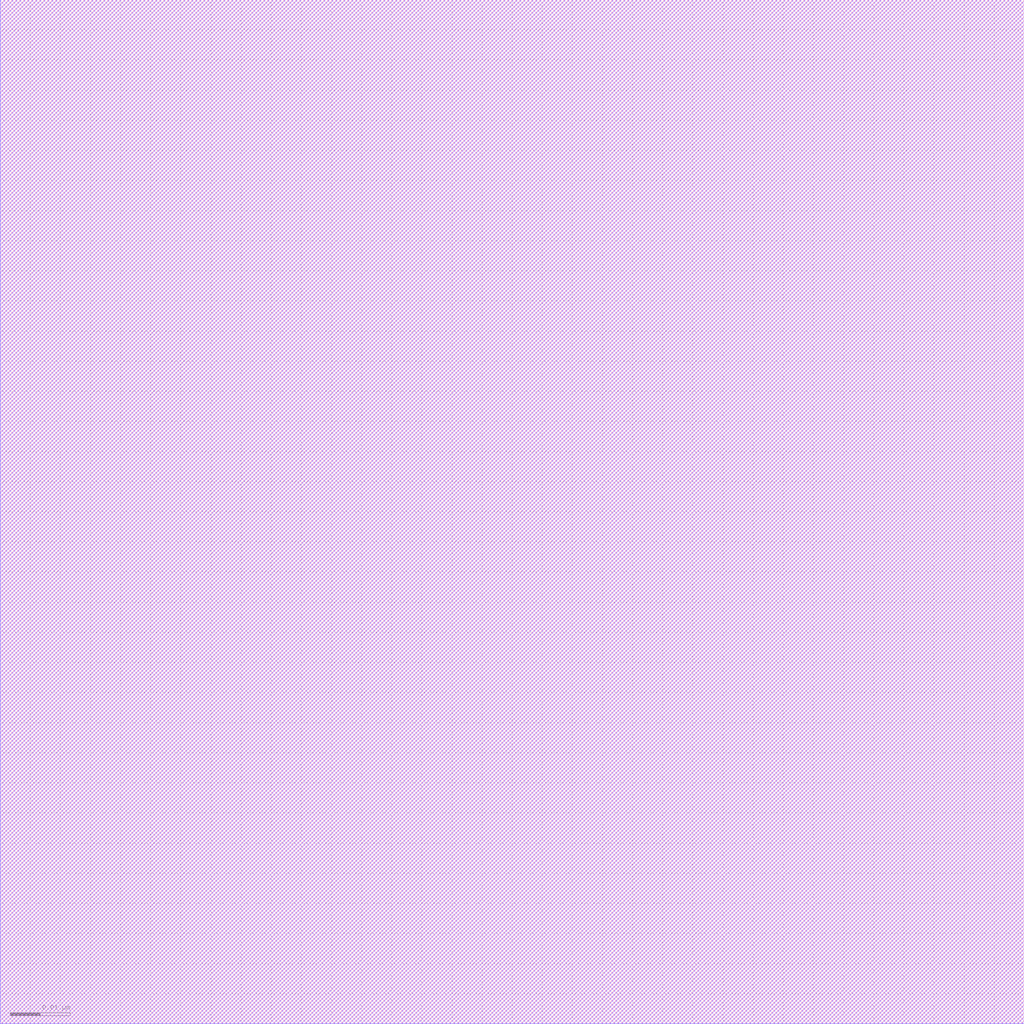
<source format=lef>
# Copyright 2020 The SkyWater PDK Authors
#
# Licensed under the Apache License, Version 2.0 (the "License");
# you may not use this file except in compliance with the License.
# You may obtain a copy of the License at
#
#     https://www.apache.org/licenses/LICENSE-2.0
#
# Unless required by applicable law or agreed to in writing, software
# distributed under the License is distributed on an "AS IS" BASIS,
# WITHOUT WARRANTIES OR CONDITIONS OF ANY KIND, either express or implied.
# See the License for the specific language governing permissions and
# limitations under the License.
#
# SPDX-License-Identifier: Apache-2.0

VERSION 5.7 ;
  NOWIREEXTENSIONATPIN ON ;
  DIVIDERCHAR "/" ;
  BUSBITCHARS "[]" ;
MACRO sky130_fd_bd_sram__sram_dp_mcon_1
  CLASS BLOCK ;
  FOREIGN sky130_fd_bd_sram__sram_dp_mcon_1 ;
  ORIGIN  0.085000  0.085000 ;
  SIZE  0.170000 BY  0.170000 ;
  OBS
    LAYER li1 ;
      RECT -0.085000 -0.085000 0.085000 0.085000 ;
    LAYER met1 ;
      RECT -0.085000 -0.085000 0.085000 0.085000 ;
  END
END sky130_fd_bd_sram__sram_dp_mcon_1
END LIBRARY

</source>
